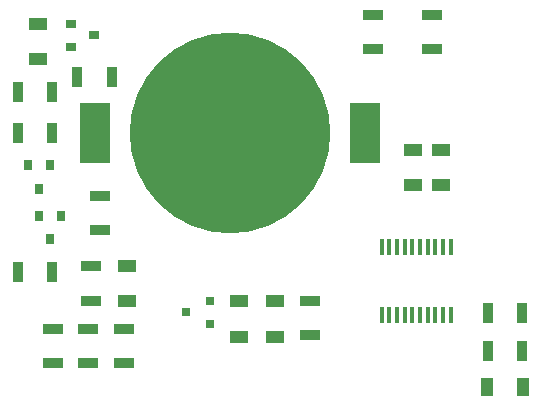
<source format=gbp>
G04 #@! TF.FileFunction,Paste,Bot*
%FSLAX46Y46*%
G04 Gerber Fmt 4.6, Leading zero omitted, Abs format (unit mm)*
G04 Created by KiCad (PCBNEW 4.0.2+dfsg1-stable) date Seg 16 Out 2017 09:01:32 BRST*
%MOMM*%
G01*
G04 APERTURE LIST*
%ADD10C,0.100000*%
%ADD11R,2.540000X5.080000*%
%ADD12C,17.000000*%
%ADD13R,0.800100X0.800100*%
%ADD14R,0.800000X0.900000*%
%ADD15R,0.900000X0.800000*%
%ADD16R,0.400000X1.350000*%
%ADD17R,1.700000X0.900000*%
%ADD18R,0.900000X1.700000*%
%ADD19R,1.000000X1.600000*%
%ADD20R,1.600000X1.000000*%
G04 APERTURE END LIST*
D10*
D11*
X61930000Y-47500000D03*
D12*
X50500000Y-47500000D03*
D11*
X39070000Y-47500000D03*
D13*
X48750000Y-61750000D03*
X48750000Y-63650000D03*
X46751020Y-62700000D03*
D14*
X34300000Y-54500000D03*
X36200000Y-54500000D03*
X35250000Y-56500000D03*
X33350000Y-50250000D03*
X35250000Y-50250000D03*
X34300000Y-52250000D03*
D15*
X37000000Y-40200000D03*
X37000000Y-38300000D03*
X39000000Y-39250000D03*
D16*
X69175000Y-57125000D03*
X69175000Y-62875000D03*
X68525000Y-57125000D03*
X68525000Y-62875000D03*
X67875000Y-57125000D03*
X67875000Y-62875000D03*
X67225000Y-57125000D03*
X67225000Y-62875000D03*
X66575000Y-57125000D03*
X66575000Y-62875000D03*
X65925000Y-57125000D03*
X65925000Y-62875000D03*
X65275000Y-57125000D03*
X65275000Y-62875000D03*
X64625000Y-57125000D03*
X64625000Y-62875000D03*
X63975000Y-57125000D03*
X63975000Y-62875000D03*
X63325000Y-57125000D03*
X63325000Y-62875000D03*
D17*
X62588200Y-37490800D03*
X62588200Y-40390800D03*
X67566600Y-37516200D03*
X67566600Y-40416200D03*
D18*
X72300000Y-62750000D03*
X75200000Y-62750000D03*
X72300000Y-66000000D03*
X75200000Y-66000000D03*
D17*
X57250000Y-61750000D03*
X57250000Y-64650000D03*
X38750000Y-61700000D03*
X38750000Y-58800000D03*
X35500000Y-67000000D03*
X35500000Y-64100000D03*
X38500000Y-64100000D03*
X38500000Y-67000000D03*
X41500000Y-67000000D03*
X41500000Y-64100000D03*
X39500000Y-52800000D03*
X39500000Y-55700000D03*
D18*
X32550000Y-47500000D03*
X35450000Y-47500000D03*
X40450000Y-42750000D03*
X37550000Y-42750000D03*
X35450000Y-44000000D03*
X32550000Y-44000000D03*
X32550000Y-59250000D03*
X35450000Y-59250000D03*
D19*
X72250000Y-69000000D03*
X75250000Y-69000000D03*
D20*
X65966400Y-51921600D03*
X65966400Y-48921600D03*
X68379400Y-51921600D03*
X68379400Y-48921600D03*
X51250000Y-61750000D03*
X51250000Y-64750000D03*
X54250000Y-61750000D03*
X54250000Y-64750000D03*
X41750000Y-58750000D03*
X41750000Y-61750000D03*
X34250000Y-41250000D03*
X34250000Y-38250000D03*
M02*

</source>
